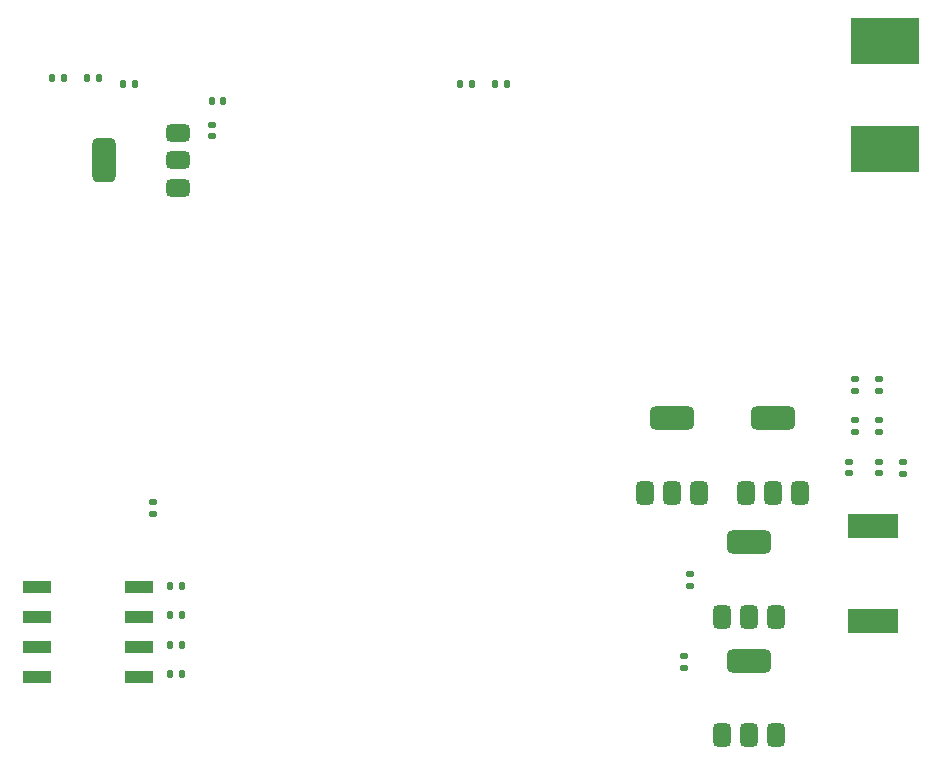
<source format=gbr>
%TF.GenerationSoftware,KiCad,Pcbnew,8.0.2*%
%TF.CreationDate,2025-03-15T23:19:11-04:00*%
%TF.ProjectId,proyecto final,70726f79-6563-4746-9f20-66696e616c2e,rev?*%
%TF.SameCoordinates,Original*%
%TF.FileFunction,Paste,Top*%
%TF.FilePolarity,Positive*%
%FSLAX46Y46*%
G04 Gerber Fmt 4.6, Leading zero omitted, Abs format (unit mm)*
G04 Created by KiCad (PCBNEW 8.0.2) date 2025-03-15 23:19:11*
%MOMM*%
%LPD*%
G01*
G04 APERTURE LIST*
G04 Aperture macros list*
%AMRoundRect*
0 Rectangle with rounded corners*
0 $1 Rounding radius*
0 $2 $3 $4 $5 $6 $7 $8 $9 X,Y pos of 4 corners*
0 Add a 4 corners polygon primitive as box body*
4,1,4,$2,$3,$4,$5,$6,$7,$8,$9,$2,$3,0*
0 Add four circle primitives for the rounded corners*
1,1,$1+$1,$2,$3*
1,1,$1+$1,$4,$5*
1,1,$1+$1,$6,$7*
1,1,$1+$1,$8,$9*
0 Add four rect primitives between the rounded corners*
20,1,$1+$1,$2,$3,$4,$5,0*
20,1,$1+$1,$4,$5,$6,$7,0*
20,1,$1+$1,$6,$7,$8,$9,0*
20,1,$1+$1,$8,$9,$2,$3,0*%
G04 Aperture macros list end*
%ADD10RoundRect,0.140000X0.170000X-0.140000X0.170000X0.140000X-0.170000X0.140000X-0.170000X-0.140000X0*%
%ADD11RoundRect,0.140000X-0.140000X-0.170000X0.140000X-0.170000X0.140000X0.170000X-0.140000X0.170000X0*%
%ADD12RoundRect,0.375000X0.375000X-0.625000X0.375000X0.625000X-0.375000X0.625000X-0.375000X-0.625000X0*%
%ADD13RoundRect,0.500000X1.400000X-0.500000X1.400000X0.500000X-1.400000X0.500000X-1.400000X-0.500000X0*%
%ADD14RoundRect,0.135000X0.135000X0.185000X-0.135000X0.185000X-0.135000X-0.185000X0.135000X-0.185000X0*%
%ADD15RoundRect,0.135000X0.185000X-0.135000X0.185000X0.135000X-0.185000X0.135000X-0.185000X-0.135000X0*%
%ADD16RoundRect,0.375000X0.625000X0.375000X-0.625000X0.375000X-0.625000X-0.375000X0.625000X-0.375000X0*%
%ADD17RoundRect,0.500000X0.500000X1.400000X-0.500000X1.400000X-0.500000X-1.400000X0.500000X-1.400000X0*%
%ADD18R,4.200000X2.000000*%
%ADD19RoundRect,0.135000X-0.185000X0.135000X-0.185000X-0.135000X0.185000X-0.135000X0.185000X0.135000X0*%
%ADD20RoundRect,0.147500X0.172500X-0.147500X0.172500X0.147500X-0.172500X0.147500X-0.172500X-0.147500X0*%
%ADD21RoundRect,0.135000X-0.135000X-0.185000X0.135000X-0.185000X0.135000X0.185000X-0.135000X0.185000X0*%
%ADD22R,5.840000X3.940000*%
%ADD23R,2.440000X1.120000*%
G04 APERTURE END LIST*
D10*
%TO.C,C4*%
X112500000Y-70980000D03*
X112500000Y-70020000D03*
%TD*%
D11*
%TO.C,C3*%
X112520000Y-68000000D03*
X113480000Y-68000000D03*
%TD*%
D12*
%TO.C,Q2*%
X155700000Y-121650000D03*
X158000000Y-121650000D03*
D13*
X158000000Y-115350000D03*
D12*
X160300000Y-121650000D03*
%TD*%
D14*
%TO.C,R9*%
X110010000Y-111500000D03*
X108990000Y-111500000D03*
%TD*%
D15*
%TO.C,R15*%
X171000000Y-99520000D03*
X171000000Y-98500000D03*
%TD*%
D14*
%TO.C,R10*%
X110010000Y-109000000D03*
X108990000Y-109000000D03*
%TD*%
%TO.C,R3*%
X134520000Y-66500000D03*
X133500000Y-66500000D03*
%TD*%
%TO.C,R7*%
X110010000Y-116500000D03*
X108990000Y-116500000D03*
%TD*%
D16*
%TO.C,U1*%
X109650000Y-75300000D03*
X109650000Y-73000000D03*
X109650000Y-70700000D03*
D17*
X103350000Y-73000000D03*
%TD*%
D15*
%TO.C,R14*%
X167000000Y-92500000D03*
X167000000Y-91480000D03*
%TD*%
%TO.C,R16*%
X169000000Y-96020000D03*
X169000000Y-95000000D03*
%TD*%
D18*
%TO.C,BZ1*%
X168500000Y-112000000D03*
X168500000Y-104000000D03*
%TD*%
D19*
%TO.C,R12*%
X152500000Y-115000000D03*
X152500000Y-116020000D03*
%TD*%
D20*
%TO.C,D3*%
X169000000Y-99495000D03*
X169000000Y-98525000D03*
%TD*%
D15*
%TO.C,R17*%
X169000000Y-92530000D03*
X169000000Y-91510000D03*
%TD*%
D14*
%TO.C,R1*%
X100010000Y-66000000D03*
X98990000Y-66000000D03*
%TD*%
D15*
%TO.C,R6*%
X107500000Y-102980000D03*
X107500000Y-101960000D03*
%TD*%
D14*
%TO.C,R5*%
X137510000Y-66500000D03*
X136490000Y-66500000D03*
%TD*%
D15*
%TO.C,R13*%
X167000000Y-96020000D03*
X167000000Y-95000000D03*
%TD*%
D21*
%TO.C,R2*%
X104990000Y-66500000D03*
X106010000Y-66500000D03*
%TD*%
D14*
%TO.C,R4*%
X103000000Y-66000000D03*
X101980000Y-66000000D03*
%TD*%
D22*
%TO.C,R18*%
X169500000Y-72075000D03*
X169500000Y-62925000D03*
%TD*%
D12*
%TO.C,Q4*%
X157700000Y-101150000D03*
X160000000Y-101150000D03*
D13*
X160000000Y-94850000D03*
D12*
X162300000Y-101150000D03*
%TD*%
D14*
%TO.C,R8*%
X110010000Y-114000000D03*
X108990000Y-114000000D03*
%TD*%
D20*
%TO.C,D2*%
X166500000Y-99510000D03*
X166500000Y-98540000D03*
%TD*%
D12*
%TO.C,Q3*%
X149200000Y-101150000D03*
X151500000Y-101150000D03*
D13*
X151500000Y-94850000D03*
D12*
X153800000Y-101150000D03*
%TD*%
%TO.C,Q1*%
X155700000Y-111650000D03*
X158000000Y-111650000D03*
D13*
X158000000Y-105350000D03*
D12*
X160300000Y-111650000D03*
%TD*%
D15*
%TO.C,R11*%
X153000000Y-109020000D03*
X153000000Y-108000000D03*
%TD*%
D23*
%TO.C,SW1*%
X106305000Y-116770000D03*
X106305000Y-114230000D03*
X106305000Y-111690000D03*
X106305000Y-109150000D03*
X97695000Y-109150000D03*
X97695000Y-111690000D03*
X97695000Y-114230000D03*
X97695000Y-116770000D03*
%TD*%
M02*

</source>
